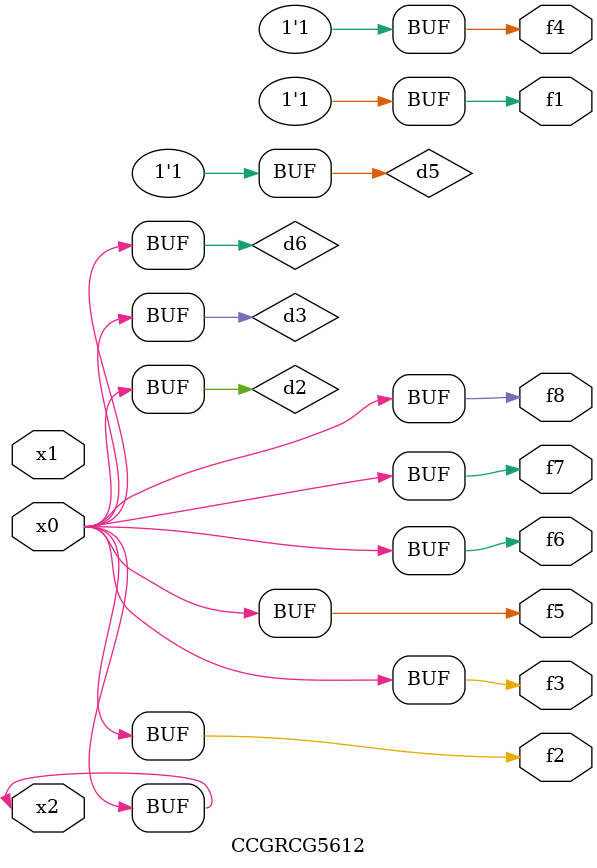
<source format=v>
module CCGRCG5612(
	input x0, x1, x2,
	output f1, f2, f3, f4, f5, f6, f7, f8
);

	wire d1, d2, d3, d4, d5, d6;

	xnor (d1, x2);
	buf (d2, x0, x2);
	and (d3, x0);
	xnor (d4, x1, x2);
	nand (d5, d1, d3);
	buf (d6, d2, d3);
	assign f1 = d5;
	assign f2 = d6;
	assign f3 = d6;
	assign f4 = d5;
	assign f5 = d6;
	assign f6 = d6;
	assign f7 = d6;
	assign f8 = d6;
endmodule

</source>
